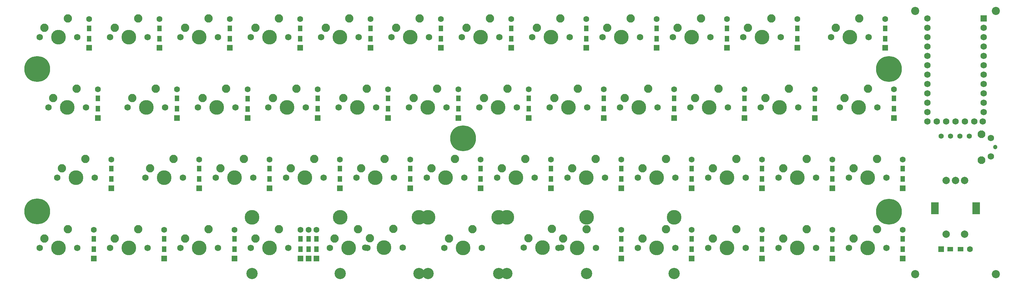
<source format=gbs>
G04 #@! TF.GenerationSoftware,KiCad,Pcbnew,(5.99.0-11526-gd613292b67)*
G04 #@! TF.CreationDate,2021-11-07T01:25:43-05:00*
G04 #@! TF.ProjectId,Whimsy,5768696d-7379-42e6-9b69-6361645f7063,0.2*
G04 #@! TF.SameCoordinates,Original*
G04 #@! TF.FileFunction,Soldermask,Bot*
G04 #@! TF.FilePolarity,Negative*
%FSLAX46Y46*%
G04 Gerber Fmt 4.6, Leading zero omitted, Abs format (unit mm)*
G04 Created by KiCad (PCBNEW (5.99.0-11526-gd613292b67)) date 2021-11-07 01:25:43*
%MOMM*%
%LPD*%
G01*
G04 APERTURE LIST*
%ADD10R,1.600000X1.600000*%
%ADD11R,1.200000X1.600000*%
%ADD12C,1.600000*%
%ADD13R,1.600000X1.200000*%
%ADD14C,3.048000*%
%ADD15C,3.987800*%
%ADD16C,2.200000*%
%ADD17C,7.000240*%
%ADD18C,1.750000*%
%ADD19C,2.250000*%
%ADD20C,1.397000*%
%ADD21C,2.000000*%
%ADD22R,2.000000X3.200000*%
%ADD23C,1.200000*%
%ADD24C,2.100000*%
%ADD25R,1.752600X1.752600*%
%ADD26C,1.752600*%
G04 APERTURE END LIST*
D10*
X211890100Y-84707050D03*
D11*
X211890100Y-82207050D03*
X211890100Y-79407050D03*
D12*
X211890100Y-76907050D03*
D10*
X192840100Y-84707050D03*
D11*
X192840100Y-82207050D03*
D12*
X192840100Y-76907050D03*
D11*
X192840100Y-79407050D03*
D10*
X173790100Y-84707050D03*
D11*
X173790100Y-82207050D03*
D12*
X173790100Y-76907050D03*
D11*
X173790100Y-79407050D03*
D10*
X230940100Y-84707050D03*
D11*
X230940100Y-82207050D03*
X230940100Y-79407050D03*
D12*
X230940100Y-76907050D03*
D10*
X36788850Y-84707050D03*
D11*
X36788850Y-82207050D03*
X36788850Y-79407050D03*
D12*
X36788850Y-76907050D03*
D11*
X35677600Y-120307050D03*
D10*
X35677600Y-122807050D03*
D12*
X35677600Y-115007050D03*
D11*
X35677600Y-117507050D03*
X58220100Y-82207050D03*
D10*
X58220100Y-84707050D03*
D11*
X58220100Y-79407050D03*
D12*
X58220100Y-76907050D03*
D11*
X64252600Y-101257050D03*
D10*
X64252600Y-103757050D03*
D12*
X64252600Y-95957050D03*
D11*
X64252600Y-98457050D03*
X54727600Y-120307050D03*
D10*
X54727600Y-122807050D03*
D12*
X54727600Y-115007050D03*
D11*
X54727600Y-117507050D03*
D10*
X83302600Y-103757050D03*
D11*
X83302600Y-101257050D03*
X83302600Y-98457050D03*
D12*
X83302600Y-95957050D03*
D11*
X73777600Y-120307050D03*
D10*
X73777600Y-122807050D03*
D11*
X73777600Y-117507050D03*
D12*
X73777600Y-115007050D03*
D11*
X96320100Y-82207050D03*
D10*
X96320100Y-84707050D03*
D11*
X96320100Y-79407050D03*
D12*
X96320100Y-76907050D03*
D11*
X115370100Y-82207050D03*
D10*
X115370100Y-84707050D03*
D11*
X115370100Y-79407050D03*
D12*
X115370100Y-76907050D03*
D11*
X121402600Y-101257050D03*
D10*
X121402600Y-103757050D03*
D12*
X121402600Y-95957050D03*
D11*
X121402600Y-98457050D03*
D10*
X134420100Y-84707050D03*
D11*
X134420100Y-82207050D03*
D12*
X134420100Y-76907050D03*
D11*
X134420100Y-79407050D03*
D10*
X140452600Y-103757050D03*
D11*
X140452600Y-101257050D03*
X140452600Y-98457050D03*
D12*
X140452600Y-95957050D03*
D10*
X153470100Y-84707050D03*
D11*
X153470100Y-82207050D03*
X153470100Y-79407050D03*
D12*
X153470100Y-76907050D03*
D10*
X159502600Y-103757050D03*
D11*
X159502600Y-101257050D03*
X159502600Y-98457050D03*
D12*
X159502600Y-95957050D03*
D10*
X178552600Y-122807050D03*
D11*
X178552600Y-120307050D03*
X178552600Y-117507050D03*
D12*
X178552600Y-115007050D03*
D11*
X178552600Y-101257050D03*
D10*
X178552600Y-103757050D03*
D12*
X178552600Y-95957050D03*
D11*
X178552600Y-98457050D03*
D10*
X197602600Y-122807050D03*
D11*
X197602600Y-120307050D03*
X197602600Y-117507050D03*
D12*
X197602600Y-115007050D03*
D11*
X197602600Y-101257050D03*
D10*
X197602600Y-103757050D03*
D11*
X197602600Y-98457050D03*
D12*
X197602600Y-95957050D03*
D10*
X216652600Y-122807050D03*
D11*
X216652600Y-120307050D03*
X216652600Y-117507050D03*
D12*
X216652600Y-115007050D03*
D11*
X216652600Y-101257050D03*
D10*
X216652600Y-103757050D03*
D11*
X216652600Y-98457050D03*
D12*
X216652600Y-95957050D03*
D11*
X235702600Y-101257050D03*
D10*
X235702600Y-103757050D03*
D11*
X235702600Y-98457050D03*
D12*
X235702600Y-95957050D03*
D10*
X254752600Y-103757050D03*
D11*
X254752600Y-101257050D03*
D12*
X254752600Y-95957050D03*
D11*
X254752600Y-98457050D03*
D10*
X265136800Y-120256727D03*
D13*
X267636800Y-120256727D03*
X270436800Y-120256727D03*
D12*
X272936800Y-120256727D03*
D10*
X77333600Y-84738800D03*
D11*
X77333600Y-82238800D03*
X77333600Y-79438800D03*
D12*
X77333600Y-76938800D03*
D11*
X235702600Y-120307050D03*
D10*
X235702600Y-122807050D03*
D12*
X235702600Y-115007050D03*
D11*
X235702600Y-117507050D03*
X207127600Y-63188800D03*
D10*
X207127600Y-65688800D03*
D11*
X207127600Y-60388800D03*
D12*
X207127600Y-57888800D03*
D10*
X91557600Y-65688800D03*
D11*
X91557600Y-63188800D03*
D12*
X91557600Y-57888800D03*
D11*
X91557600Y-60388800D03*
D10*
X72507600Y-65688800D03*
D11*
X72507600Y-63188800D03*
D12*
X72507600Y-57888800D03*
D11*
X72507600Y-60388800D03*
D10*
X53457600Y-65688800D03*
D11*
X53457600Y-63188800D03*
D12*
X53457600Y-57888800D03*
D11*
X53457600Y-60388800D03*
X34407600Y-63188800D03*
D10*
X34407600Y-65688800D03*
D12*
X34407600Y-57888800D03*
D11*
X34407600Y-60388800D03*
X110607600Y-63188800D03*
D10*
X110607600Y-65688800D03*
D11*
X110607600Y-60388800D03*
D12*
X110607600Y-57888800D03*
D11*
X188077600Y-63188800D03*
D10*
X188077600Y-65688800D03*
D11*
X188077600Y-60388800D03*
D12*
X188077600Y-57888800D03*
D10*
X129657600Y-65688800D03*
D11*
X129657600Y-63188800D03*
D12*
X129657600Y-57888800D03*
D11*
X129657600Y-60388800D03*
X226177600Y-63188800D03*
D10*
X226177600Y-65688800D03*
D11*
X226177600Y-60388800D03*
D12*
X226177600Y-57888800D03*
D10*
X169027600Y-65688800D03*
D11*
X169027600Y-63188800D03*
X169027600Y-60388800D03*
D12*
X169027600Y-57888800D03*
D10*
X148707600Y-65688800D03*
D11*
X148707600Y-63188800D03*
D12*
X148707600Y-57888800D03*
D11*
X148707600Y-60388800D03*
X249990100Y-63188800D03*
D10*
X249990100Y-65688800D03*
D11*
X249990100Y-60388800D03*
D12*
X249990100Y-57888800D03*
D11*
X252371350Y-82207050D03*
D10*
X252371350Y-84707050D03*
D12*
X252371350Y-76907050D03*
D11*
X252371350Y-79407050D03*
X254752600Y-120307050D03*
D10*
X254752600Y-122807050D03*
D12*
X254752600Y-115007050D03*
D11*
X254752600Y-117507050D03*
X40440100Y-101257050D03*
D10*
X40440100Y-103757050D03*
D12*
X40440100Y-95957050D03*
D11*
X40440100Y-98457050D03*
X102352600Y-101257050D03*
D10*
X102352600Y-103757050D03*
D11*
X102352600Y-98457050D03*
D12*
X102352600Y-95957050D03*
D14*
X192840100Y-126892050D03*
X78540100Y-126892050D03*
D15*
X192840100Y-111652050D03*
X78540100Y-111652050D03*
D16*
X258165600Y-127036800D03*
X279953600Y-127036800D03*
D17*
X135737600Y-90220800D03*
X250990100Y-110096300D03*
X250990100Y-71424800D03*
X20421600Y-110032800D03*
X20421600Y-71424800D03*
D16*
X258165600Y-55676800D03*
X279953600Y-55676800D03*
D15*
X26152600Y-62757050D03*
D18*
X21072600Y-62757050D03*
X31232600Y-62757050D03*
D19*
X22342600Y-60217050D03*
X28692600Y-57677050D03*
D18*
X33613850Y-81807050D03*
X23453850Y-81807050D03*
D15*
X28533850Y-81807050D03*
D19*
X24723850Y-79267050D03*
X31073850Y-76727050D03*
D18*
X35995100Y-100857050D03*
D15*
X30915100Y-100857050D03*
D18*
X25835100Y-100857050D03*
D19*
X27105100Y-98317050D03*
X33455100Y-95777050D03*
D18*
X31232600Y-119907050D03*
X21072600Y-119907050D03*
D15*
X26152600Y-119907050D03*
D19*
X22342600Y-117367050D03*
X28692600Y-114827050D03*
D18*
X50282600Y-62757050D03*
D15*
X45202600Y-62757050D03*
D18*
X40122600Y-62757050D03*
D19*
X41392600Y-60217050D03*
X47742600Y-57677050D03*
D18*
X44885100Y-81807050D03*
X55045100Y-81807050D03*
D15*
X49965100Y-81807050D03*
D19*
X46155100Y-79267050D03*
X52505100Y-76727050D03*
D18*
X49647600Y-100857050D03*
D15*
X54727600Y-100857050D03*
D18*
X59807600Y-100857050D03*
D19*
X50917600Y-98317050D03*
X57267600Y-95777050D03*
D15*
X45202600Y-119907050D03*
D18*
X50282600Y-119907050D03*
X40122600Y-119907050D03*
D19*
X41392600Y-117367050D03*
X47742600Y-114827050D03*
D18*
X69332600Y-62757050D03*
D15*
X64252600Y-62757050D03*
D18*
X59172600Y-62757050D03*
D19*
X60442600Y-60217050D03*
X66792600Y-57677050D03*
D15*
X69015100Y-81807050D03*
D18*
X74095100Y-81807050D03*
X63935100Y-81807050D03*
D19*
X65205100Y-79267050D03*
X71555100Y-76727050D03*
D18*
X68697600Y-100857050D03*
D15*
X73777600Y-100857050D03*
D18*
X78857600Y-100857050D03*
D19*
X69967600Y-98317050D03*
X76317600Y-95777050D03*
D18*
X69332600Y-119907050D03*
D15*
X64252600Y-119907050D03*
D18*
X59172600Y-119907050D03*
D19*
X60442600Y-117367050D03*
X66792600Y-114827050D03*
D18*
X88382600Y-62757050D03*
X78222600Y-62757050D03*
D15*
X83302600Y-62757050D03*
D19*
X79492600Y-60217050D03*
X85842600Y-57677050D03*
D18*
X82985100Y-81807050D03*
D15*
X88065100Y-81807050D03*
D18*
X93145100Y-81807050D03*
D19*
X84255100Y-79267050D03*
X90605100Y-76727050D03*
D18*
X97907600Y-100857050D03*
D15*
X92827600Y-100857050D03*
D18*
X87747600Y-100857050D03*
D19*
X89017600Y-98317050D03*
X95367600Y-95777050D03*
D18*
X78222600Y-119907050D03*
X88382600Y-119907050D03*
D15*
X83302600Y-119907050D03*
D19*
X79492600Y-117367050D03*
X85842600Y-114827050D03*
D18*
X107432600Y-62757050D03*
X97272600Y-62757050D03*
D15*
X102352600Y-62757050D03*
D19*
X98542600Y-60217050D03*
X104892600Y-57677050D03*
D18*
X112195100Y-81807050D03*
D15*
X107115100Y-81807050D03*
D18*
X102035100Y-81807050D03*
D19*
X103305100Y-79267050D03*
X109655100Y-76727050D03*
D18*
X116957600Y-100857050D03*
X106797600Y-100857050D03*
D15*
X111877600Y-100857050D03*
D19*
X108067600Y-98317050D03*
X114417600Y-95777050D03*
D15*
X104733850Y-119907050D03*
D18*
X109813850Y-119907050D03*
X99653850Y-119907050D03*
D19*
X100923850Y-117367050D03*
X107273850Y-114827050D03*
D15*
X121402600Y-62757050D03*
D18*
X126482600Y-62757050D03*
X116322600Y-62757050D03*
D19*
X117592600Y-60217050D03*
X123942600Y-57677050D03*
D15*
X126165100Y-81807050D03*
D18*
X121085100Y-81807050D03*
X131245100Y-81807050D03*
D19*
X122355100Y-79267050D03*
X128705100Y-76727050D03*
D18*
X136007600Y-100857050D03*
D15*
X130927600Y-100857050D03*
D18*
X125847600Y-100857050D03*
D19*
X127117600Y-98317050D03*
X133467600Y-95777050D03*
D18*
X145532600Y-62757050D03*
D15*
X140452600Y-62757050D03*
D18*
X135372600Y-62757050D03*
D19*
X136642600Y-60217050D03*
X142992600Y-57677050D03*
D15*
X145215100Y-81807050D03*
D18*
X140135100Y-81807050D03*
X150295100Y-81807050D03*
D19*
X141405100Y-79267050D03*
X147755100Y-76727050D03*
D18*
X144897600Y-100857050D03*
D15*
X149977600Y-100857050D03*
D18*
X155057600Y-100857050D03*
D19*
X146167600Y-98317050D03*
X152517600Y-95777050D03*
D15*
X159502600Y-62757050D03*
D18*
X164582600Y-62757050D03*
X154422600Y-62757050D03*
D19*
X155692600Y-60217050D03*
X162042600Y-57677050D03*
D15*
X164265100Y-81807050D03*
D18*
X169345100Y-81807050D03*
X159185100Y-81807050D03*
D19*
X160455100Y-79267050D03*
X166805100Y-76727050D03*
D15*
X169027600Y-100857050D03*
D18*
X174107600Y-100857050D03*
X163947600Y-100857050D03*
D19*
X165217600Y-98317050D03*
X171567600Y-95777050D03*
D18*
X182997600Y-119907050D03*
X193157600Y-119907050D03*
D15*
X188077600Y-119907050D03*
D19*
X184267600Y-117367050D03*
X190617600Y-114827050D03*
D15*
X178552600Y-62757050D03*
D18*
X173472600Y-62757050D03*
X183632600Y-62757050D03*
D19*
X174742600Y-60217050D03*
X181092600Y-57677050D03*
D18*
X188395100Y-81807050D03*
D15*
X183315100Y-81807050D03*
D18*
X178235100Y-81807050D03*
D19*
X179505100Y-79267050D03*
X185855100Y-76727050D03*
D18*
X182997600Y-100857050D03*
D15*
X188077600Y-100857050D03*
D18*
X193157600Y-100857050D03*
D19*
X184267600Y-98317050D03*
X190617600Y-95777050D03*
D18*
X202047600Y-119907050D03*
X212207600Y-119907050D03*
D15*
X207127600Y-119907050D03*
D19*
X203317600Y-117367050D03*
X209667600Y-114827050D03*
D18*
X192522600Y-62757050D03*
X202682600Y-62757050D03*
D15*
X197602600Y-62757050D03*
D19*
X193792600Y-60217050D03*
X200142600Y-57677050D03*
D18*
X197285100Y-81807050D03*
X207445100Y-81807050D03*
D15*
X202365100Y-81807050D03*
D19*
X198555100Y-79267050D03*
X204905100Y-76727050D03*
D15*
X207127600Y-100857050D03*
D18*
X212207600Y-100857050D03*
X202047600Y-100857050D03*
D19*
X203317600Y-98317050D03*
X209667600Y-95777050D03*
D18*
X221097600Y-119938800D03*
D15*
X226177600Y-119938800D03*
D18*
X231257600Y-119938800D03*
D19*
X222367600Y-117398800D03*
X228717600Y-114858800D03*
D15*
X216652600Y-62757050D03*
D18*
X211572600Y-62757050D03*
X221732600Y-62757050D03*
D19*
X212842600Y-60217050D03*
X219192600Y-57677050D03*
D18*
X216335100Y-81807050D03*
D15*
X221415100Y-81807050D03*
D18*
X226495100Y-81807050D03*
D19*
X217605100Y-79267050D03*
X223955100Y-76727050D03*
D18*
X231257600Y-100857050D03*
D15*
X226177600Y-100857050D03*
D18*
X221097600Y-100857050D03*
D19*
X222367600Y-98317050D03*
X228717600Y-95777050D03*
D18*
X250307600Y-119907050D03*
D15*
X245227600Y-119907050D03*
D18*
X240147600Y-119907050D03*
D19*
X241417600Y-117367050D03*
X247767600Y-114827050D03*
D18*
X245545100Y-62757050D03*
X235385100Y-62757050D03*
D15*
X240465100Y-62757050D03*
D19*
X236655100Y-60217050D03*
X243005100Y-57677050D03*
D15*
X242846350Y-81807050D03*
D18*
X247926350Y-81807050D03*
X237766350Y-81807050D03*
D19*
X239036350Y-79267050D03*
X245386350Y-76727050D03*
D15*
X245227600Y-100857050D03*
D18*
X240147600Y-100857050D03*
X250307600Y-100857050D03*
D19*
X241417600Y-98317050D03*
X247767600Y-95777050D03*
D20*
X272796000Y-89664217D03*
X270256000Y-89664217D03*
X267716000Y-89664217D03*
X265176000Y-89664217D03*
D21*
X271536800Y-101678037D03*
X266536800Y-101678037D03*
X269036800Y-101678037D03*
D22*
X274636800Y-109178037D03*
X263436800Y-109178037D03*
D21*
X266536800Y-116178037D03*
X271536800Y-116178037D03*
D14*
X123783850Y-126892050D03*
X147596350Y-126892050D03*
D15*
X123783850Y-111652050D03*
D18*
X130610100Y-119907050D03*
X140770100Y-119907050D03*
D15*
X147596350Y-111652050D03*
X135690100Y-119907050D03*
D19*
X131880100Y-117367050D03*
X138230100Y-114827050D03*
D15*
X157226000Y-119888000D03*
D18*
X152146000Y-119888000D03*
D15*
X145319750Y-111633000D03*
D18*
X162306000Y-119888000D03*
D14*
X145319750Y-126873000D03*
X169132250Y-126873000D03*
D15*
X169132250Y-111633000D03*
D19*
X153416000Y-117348000D03*
X159766000Y-114808000D03*
D15*
X166646350Y-119907050D03*
D18*
X161566350Y-119907050D03*
X171726350Y-119907050D03*
D19*
X162836350Y-117367050D03*
X169186350Y-114827050D03*
D18*
X109220000Y-119888000D03*
X119380000Y-119888000D03*
D15*
X102393750Y-111633000D03*
D14*
X102393750Y-126873000D03*
X126206250Y-126873000D03*
D15*
X114300000Y-119888000D03*
X126206250Y-111633000D03*
D19*
X110490000Y-117348000D03*
X116840000Y-114808000D03*
D10*
X93853000Y-122807050D03*
D11*
X93853000Y-120307050D03*
D12*
X93853000Y-115007050D03*
D11*
X93853000Y-117507050D03*
X96012000Y-120307050D03*
D10*
X96012000Y-122807050D03*
D12*
X96012000Y-115007050D03*
D11*
X96012000Y-117507050D03*
D10*
X91694000Y-122807050D03*
D11*
X91694000Y-120307050D03*
D12*
X91694000Y-115007050D03*
D11*
X91694000Y-117507050D03*
D23*
X279810000Y-92600000D03*
D24*
X276110000Y-89100000D03*
X276110000Y-96110000D03*
D18*
X278600000Y-90100000D03*
X278600000Y-95100000D03*
D25*
X276655600Y-57736477D03*
D26*
X276655600Y-60276477D03*
X276655600Y-62816477D03*
X276655600Y-65356477D03*
X276655600Y-67896477D03*
X276655600Y-70436477D03*
X276655600Y-72976477D03*
X276655600Y-75516477D03*
X276655600Y-78056477D03*
X276655600Y-80596477D03*
X276655600Y-83136477D03*
X276427000Y-85676477D03*
X261415600Y-85676477D03*
X261415600Y-83136477D03*
X261415600Y-80596477D03*
X261415600Y-78056477D03*
X261415600Y-75516477D03*
X261415600Y-72976477D03*
X261415600Y-70436477D03*
X261415600Y-67896477D03*
X261415600Y-65356477D03*
X261415600Y-62816477D03*
X261415600Y-60276477D03*
X261415600Y-57736477D03*
X274115600Y-85676477D03*
X271575600Y-85676477D03*
X269035600Y-85676477D03*
X266495600Y-85676477D03*
X263955600Y-85676477D03*
M02*

</source>
